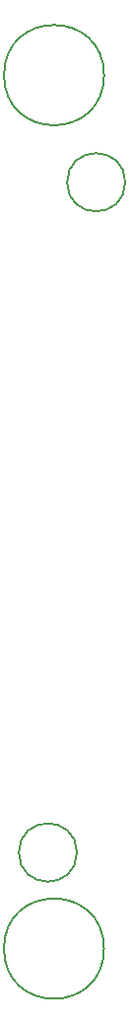
<source format=gbr>
%TF.GenerationSoftware,KiCad,Pcbnew,8.0.0*%
%TF.CreationDate,2024-05-13T20:24:04+10:00*%
%TF.ProjectId,JonoBro,4a6f6e6f-4272-46f2-9e6b-696361645f70,0.2*%
%TF.SameCoordinates,Original*%
%TF.FileFunction,Other,Comment*%
%FSLAX46Y46*%
G04 Gerber Fmt 4.6, Leading zero omitted, Abs format (unit mm)*
G04 Created by KiCad (PCBNEW 8.0.0) date 2024-05-13 20:24:04*
%MOMM*%
%LPD*%
G01*
G04 APERTURE LIST*
%ADD10C,0.150000*%
G04 APERTURE END LIST*
D10*
%TO.C,H4*%
X26675000Y-5150000D02*
G75*
G02*
X18075000Y-5150000I-4300000J0D01*
G01*
X18075000Y-5150000D02*
G75*
G02*
X26675000Y-5150000I4300000J0D01*
G01*
%TO.C,H1*%
X28500000Y60625000D02*
G75*
G02*
X23500000Y60625000I-2500000J0D01*
G01*
X23500000Y60625000D02*
G75*
G02*
X28500000Y60625000I2500000J0D01*
G01*
%TO.C,H2*%
X24350000Y3100000D02*
G75*
G02*
X19350000Y3100000I-2500000J0D01*
G01*
X19350000Y3100000D02*
G75*
G02*
X24350000Y3100000I2500000J0D01*
G01*
%TO.C,H3*%
X26680419Y69819581D02*
G75*
G02*
X18080419Y69819581I-4300000J0D01*
G01*
X18080419Y69819581D02*
G75*
G02*
X26680419Y69819581I4300000J0D01*
G01*
%TD*%
M02*

</source>
